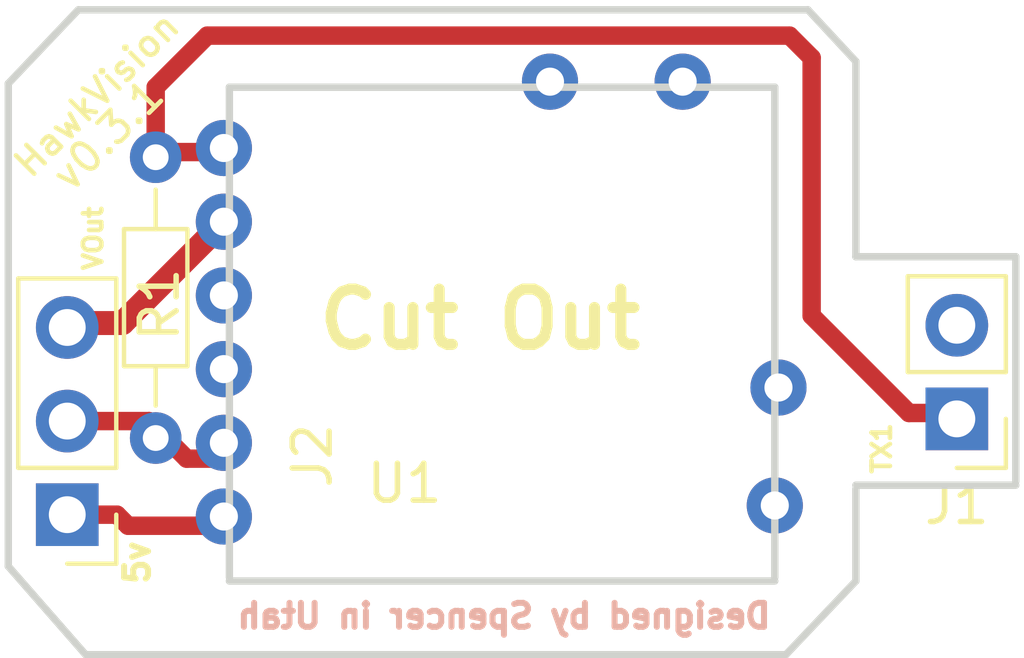
<source format=kicad_pcb>
(kicad_pcb (version 20171130) (host pcbnew "(5.0.0-3-g5ebb6b6)")

  (general
    (thickness 1.6)
    (drawings 23)
    (tracks 18)
    (zones 0)
    (modules 4)
    (nets 12)
  )

  (page USLetter)
  (layers
    (0 F.Cu signal)
    (31 B.Cu signal)
    (32 B.Adhes user hide)
    (33 F.Adhes user hide)
    (34 B.Paste user hide)
    (35 F.Paste user hide)
    (36 B.SilkS user)
    (37 F.SilkS user)
    (38 B.Mask user hide)
    (39 F.Mask user hide)
    (40 Dwgs.User user hide)
    (41 Cmts.User user hide)
    (42 Eco1.User user hide)
    (43 Eco2.User user hide)
    (44 Edge.Cuts user)
    (45 Margin user hide)
    (46 B.CrtYd user hide)
    (47 F.CrtYd user hide)
    (48 B.Fab user hide)
    (49 F.Fab user hide)
  )

  (setup
    (last_trace_width 0.5)
    (user_trace_width 0.5)
    (user_trace_width 0.65)
    (trace_clearance 0.2)
    (zone_clearance 0.508)
    (zone_45_only no)
    (trace_min 0.2)
    (segment_width 0.2)
    (edge_width 0.2)
    (via_size 0.6)
    (via_drill 0.4)
    (via_min_size 0.4)
    (via_min_drill 0.3)
    (uvia_size 0.3)
    (uvia_drill 0.1)
    (uvias_allowed no)
    (uvia_min_size 0.2)
    (uvia_min_drill 0.1)
    (pcb_text_width 0.3)
    (pcb_text_size 1.5 1.5)
    (mod_edge_width 0.15)
    (mod_text_size 1 1)
    (mod_text_width 0.15)
    (pad_size 2.2 2.2)
    (pad_drill 1.5)
    (pad_to_mask_clearance 0.2)
    (aux_axis_origin 0 0)
    (visible_elements FFFFFF7F)
    (pcbplotparams
      (layerselection 0x01030_ffffffff)
      (usegerberextensions false)
      (usegerberattributes false)
      (usegerberadvancedattributes false)
      (creategerberjobfile false)
      (excludeedgelayer true)
      (linewidth 0.100000)
      (plotframeref false)
      (viasonmask false)
      (mode 1)
      (useauxorigin false)
      (hpglpennumber 1)
      (hpglpenspeed 20)
      (hpglpendiameter 15.000000)
      (psnegative false)
      (psa4output false)
      (plotreference true)
      (plotvalue true)
      (plotinvisibletext false)
      (padsonsilk false)
      (subtractmaskfromsilk false)
      (outputformat 1)
      (mirror false)
      (drillshape 0)
      (scaleselection 1)
      (outputdirectory "gerbers/"))
  )

  (net 0 "")
  (net 1 GND)
  (net 2 +5V)
  (net 3 "Net-(U1-Pad3)")
  (net 4 "Net-(U1-Pad4)")
  (net 5 TX)
  (net 6 "Net-(U1-Pad8)")
  (net 7 "Net-(U1-Pad7)")
  (net 8 "Net-(J2-Pad3)")
  (net 9 "Net-(J1-Pad2)")
  (net 10 "Net-(U1-Pad9)")
  (net 11 "Net-(U1-Pad10)")

  (net_class Default "This is the default net class."
    (clearance 0.2)
    (trace_width 0.25)
    (via_dia 0.6)
    (via_drill 0.4)
    (uvia_dia 0.3)
    (uvia_drill 0.1)
    (add_net +5V)
    (add_net GND)
    (add_net "Net-(J1-Pad2)")
    (add_net "Net-(J2-Pad3)")
    (add_net "Net-(U1-Pad10)")
    (add_net "Net-(U1-Pad3)")
    (add_net "Net-(U1-Pad4)")
    (add_net "Net-(U1-Pad7)")
    (add_net "Net-(U1-Pad8)")
    (add_net "Net-(U1-Pad9)")
    (add_net TX)
  )

  (net_class Big ""
    (clearance 0.2)
    (trace_width 0.5)
    (via_dia 0.6)
    (via_drill 0.4)
    (uvia_dia 0.3)
    (uvia_drill 0.1)
  )

  (module unify-nano:unify-nano (layer F.Cu) (tedit 5B84CD3A) (tstamp 5B84C78F)
    (at 106.1 97.75)
    (path /5B726417)
    (fp_text reference U1 (at 4.65 -2.4) (layer F.SilkS)
      (effects (font (size 1 1) (thickness 0.15)))
    )
    (fp_text value Unify-Nano (at 7 1) (layer F.Fab)
      (effects (font (size 1 1) (thickness 0.15)))
    )
    (fp_line (start 0 0) (end 0 -13.1) (layer F.Fab) (width 0.15))
    (fp_line (start 14.6 -13.1) (end 0 -13.1) (layer F.Fab) (width 0.15))
    (fp_line (start 14.6 0) (end 14.6 -13.1) (layer F.Fab) (width 0.15))
    (fp_line (start 0 0) (end 14.6 0) (layer F.Fab) (width 0.15))
    (pad 9 thru_hole circle (at 12.2 -13.3) (size 1.524 1.524) (drill 0.762) (layers *.Cu *.Mask)
      (net 10 "Net-(U1-Pad9)"))
    (pad 10 thru_hole circle (at 8.6 -13.3) (size 1.524 1.524) (drill 0.762) (layers *.Cu *.Mask)
      (net 11 "Net-(U1-Pad10)"))
    (pad 8 thru_hole circle (at 14.8 -5) (size 1.524 1.524) (drill 0.762) (layers *.Cu *.Mask)
      (net 6 "Net-(U1-Pad8)"))
    (pad 7 thru_hole circle (at 14.7 -1.8) (size 1.524 1.524) (drill 0.762) (layers *.Cu *.Mask)
      (net 7 "Net-(U1-Pad7)"))
    (pad 6 thru_hole circle (at -0.25 -1.5) (size 1.524 1.524) (drill 0.762) (layers *.Cu *.Mask)
      (net 2 +5V))
    (pad 5 thru_hole circle (at -0.25 -3.5) (size 1.524 1.524) (drill 0.762) (layers *.Cu *.Mask)
      (net 1 GND))
    (pad 4 thru_hole circle (at -0.25 -5.5) (size 1.524 1.524) (drill 0.762) (layers *.Cu *.Mask)
      (net 4 "Net-(U1-Pad4)"))
    (pad 3 thru_hole circle (at -0.25 -7.5) (size 1.524 1.524) (drill 0.762) (layers *.Cu *.Mask)
      (net 3 "Net-(U1-Pad3)"))
    (pad 2 thru_hole circle (at -0.25 -9.5) (size 1.524 1.524) (drill 0.762) (layers *.Cu *.Mask)
      (net 8 "Net-(J2-Pad3)"))
    (pad 1 thru_hole circle (at -0.25 -11.5) (size 1.524 1.524) (drill 0.762) (layers *.Cu *.Mask)
      (net 5 TX))
  )

  (module Pin_Headers:Pin_Header_Straight_1x03_Pitch2.54mm (layer F.Cu) (tedit 59650532) (tstamp 5B79E9D0)
    (at 101.6 96.2 180)
    (descr "Through hole straight pin header, 1x03, 2.54mm pitch, single row")
    (tags "Through hole pin header THT 1x03 2.54mm single row")
    (path /5B7500FF)
    (fp_text reference J2 (at -6.65 1.6 270) (layer F.SilkS)
      (effects (font (size 1 1) (thickness 0.15)))
    )
    (fp_text value Conn_01x03 (at 4.4 4.5 270) (layer F.Fab)
      (effects (font (size 1 1) (thickness 0.15)))
    )
    (fp_text user %R (at 0 2.54 270) (layer F.Fab)
      (effects (font (size 1 1) (thickness 0.15)))
    )
    (fp_line (start 1.8 -1.8) (end -1.8 -1.8) (layer F.CrtYd) (width 0.05))
    (fp_line (start 1.8 6.85) (end 1.8 -1.8) (layer F.CrtYd) (width 0.05))
    (fp_line (start -1.8 6.85) (end 1.8 6.85) (layer F.CrtYd) (width 0.05))
    (fp_line (start -1.8 -1.8) (end -1.8 6.85) (layer F.CrtYd) (width 0.05))
    (fp_line (start -1.33 -1.33) (end 0 -1.33) (layer F.SilkS) (width 0.12))
    (fp_line (start -1.33 0) (end -1.33 -1.33) (layer F.SilkS) (width 0.12))
    (fp_line (start -1.33 1.27) (end 1.33 1.27) (layer F.SilkS) (width 0.12))
    (fp_line (start 1.33 1.27) (end 1.33 6.41) (layer F.SilkS) (width 0.12))
    (fp_line (start -1.33 1.27) (end -1.33 6.41) (layer F.SilkS) (width 0.12))
    (fp_line (start -1.33 6.41) (end 1.33 6.41) (layer F.SilkS) (width 0.12))
    (fp_line (start -1.27 -0.635) (end -0.635 -1.27) (layer F.Fab) (width 0.1))
    (fp_line (start -1.27 6.35) (end -1.27 -0.635) (layer F.Fab) (width 0.1))
    (fp_line (start 1.27 6.35) (end -1.27 6.35) (layer F.Fab) (width 0.1))
    (fp_line (start 1.27 -1.27) (end 1.27 6.35) (layer F.Fab) (width 0.1))
    (fp_line (start -0.635 -1.27) (end 1.27 -1.27) (layer F.Fab) (width 0.1))
    (pad 3 thru_hole oval (at 0 5.08 180) (size 1.7 1.7) (drill 1) (layers *.Cu *.Mask)
      (net 8 "Net-(J2-Pad3)"))
    (pad 2 thru_hole oval (at 0 2.54 180) (size 1.7 1.7) (drill 1) (layers *.Cu *.Mask)
      (net 1 GND))
    (pad 1 thru_hole rect (at 0 0 180) (size 1.7 1.7) (drill 1) (layers *.Cu *.Mask)
      (net 2 +5V))
    (model ${KISYS3DMOD}/Pin_Headers.3dshapes/Pin_Header_Straight_1x03_Pitch2.54mm.wrl
      (at (xyz 0 0 0))
      (scale (xyz 1 1 1))
      (rotate (xyz 0 0 0))
    )
  )

  (module Resistors_ThroughHole:R_Axial_DIN0204_L3.6mm_D1.6mm_P7.62mm_Horizontal (layer F.Cu) (tedit 5B7B8D40) (tstamp 5B7B8FFC)
    (at 104 86.5 270)
    (descr "Resistor, Axial_DIN0204 series, Axial, Horizontal, pin pitch=7.62mm, 0.16666666666666666W = 1/6W, length*diameter=3.6*1.6mm^2, http://cdn-reichelt.de/documents/datenblatt/B400/1_4W%23YAG.pdf")
    (tags "Resistor Axial_DIN0204 series Axial Horizontal pin pitch 7.62mm 0.16666666666666666W = 1/6W length 3.6mm diameter 1.6mm")
    (path /5B726601)
    (fp_text reference R1 (at 4 -0.1 270) (layer F.SilkS)
      (effects (font (size 1 1) (thickness 0.15)))
    )
    (fp_text value R (at 3.81 1.86 270) (layer F.Fab)
      (effects (font (size 1 1) (thickness 0.15)))
    )
    (fp_line (start 2.01 -0.8) (end 2.01 0.8) (layer F.Fab) (width 0.1))
    (fp_line (start 2.01 0.8) (end 5.61 0.8) (layer F.Fab) (width 0.1))
    (fp_line (start 5.61 0.8) (end 5.61 -0.8) (layer F.Fab) (width 0.1))
    (fp_line (start 5.61 -0.8) (end 2.01 -0.8) (layer F.Fab) (width 0.1))
    (fp_line (start 0 0) (end 2.01 0) (layer F.Fab) (width 0.1))
    (fp_line (start 7.62 0) (end 5.61 0) (layer F.Fab) (width 0.1))
    (fp_line (start 1.95 -0.86) (end 1.95 0.86) (layer F.SilkS) (width 0.12))
    (fp_line (start 1.95 0.86) (end 5.67 0.86) (layer F.SilkS) (width 0.12))
    (fp_line (start 5.67 0.86) (end 5.67 -0.86) (layer F.SilkS) (width 0.12))
    (fp_line (start 5.67 -0.86) (end 1.95 -0.86) (layer F.SilkS) (width 0.12))
    (fp_line (start 0.88 0) (end 1.95 0) (layer F.SilkS) (width 0.12))
    (fp_line (start 6.74 0) (end 5.67 0) (layer F.SilkS) (width 0.12))
    (fp_line (start -0.95 -1.15) (end -0.95 1.15) (layer F.CrtYd) (width 0.05))
    (fp_line (start -0.95 1.15) (end 8.6 1.15) (layer F.CrtYd) (width 0.05))
    (fp_line (start 8.6 1.15) (end 8.6 -1.15) (layer F.CrtYd) (width 0.05))
    (fp_line (start 8.6 -1.15) (end -0.95 -1.15) (layer F.CrtYd) (width 0.05))
    (pad 1 thru_hole circle (at 0 0 270) (size 1.4 1.4) (drill 0.7) (layers *.Cu *.Mask)
      (net 5 TX))
    (pad 2 thru_hole oval (at 7.62 0 270) (size 1.4 1.4) (drill 0.7) (layers *.Cu *.Mask)
      (net 1 GND))
    (model ${KISYS3DMOD}/Resistors_THT.3dshapes/R_Axial_DIN0204_L3.6mm_D1.6mm_P7.62mm_Horizontal.wrl
      (at (xyz 0 0 0))
      (scale (xyz 0.393701 0.393701 0.393701))
      (rotate (xyz 0 0 0))
    )
  )

  (module Pin_Headers:Pin_Header_Straight_1x02_Pitch2.54mm (layer F.Cu) (tedit 59650532) (tstamp 5BAE591C)
    (at 125.74 93.6 180)
    (descr "Through hole straight pin header, 1x02, 2.54mm pitch, single row")
    (tags "Through hole pin header THT 1x02 2.54mm single row")
    (path /5B72F16A)
    (fp_text reference J1 (at 0 -2.33 180) (layer F.SilkS)
      (effects (font (size 1 1) (thickness 0.15)))
    )
    (fp_text value Conn_01x02 (at 0 4.87 180) (layer F.Fab)
      (effects (font (size 1 1) (thickness 0.15)))
    )
    (fp_line (start -0.635 -1.27) (end 1.27 -1.27) (layer F.Fab) (width 0.1))
    (fp_line (start 1.27 -1.27) (end 1.27 3.81) (layer F.Fab) (width 0.1))
    (fp_line (start 1.27 3.81) (end -1.27 3.81) (layer F.Fab) (width 0.1))
    (fp_line (start -1.27 3.81) (end -1.27 -0.635) (layer F.Fab) (width 0.1))
    (fp_line (start -1.27 -0.635) (end -0.635 -1.27) (layer F.Fab) (width 0.1))
    (fp_line (start -1.33 3.87) (end 1.33 3.87) (layer F.SilkS) (width 0.12))
    (fp_line (start -1.33 1.27) (end -1.33 3.87) (layer F.SilkS) (width 0.12))
    (fp_line (start 1.33 1.27) (end 1.33 3.87) (layer F.SilkS) (width 0.12))
    (fp_line (start -1.33 1.27) (end 1.33 1.27) (layer F.SilkS) (width 0.12))
    (fp_line (start -1.33 0) (end -1.33 -1.33) (layer F.SilkS) (width 0.12))
    (fp_line (start -1.33 -1.33) (end 0 -1.33) (layer F.SilkS) (width 0.12))
    (fp_line (start -1.8 -1.8) (end -1.8 4.35) (layer F.CrtYd) (width 0.05))
    (fp_line (start -1.8 4.35) (end 1.8 4.35) (layer F.CrtYd) (width 0.05))
    (fp_line (start 1.8 4.35) (end 1.8 -1.8) (layer F.CrtYd) (width 0.05))
    (fp_line (start 1.8 -1.8) (end -1.8 -1.8) (layer F.CrtYd) (width 0.05))
    (fp_text user %R (at 0 1.27 270) (layer F.Fab)
      (effects (font (size 1 1) (thickness 0.15)))
    )
    (pad 1 thru_hole rect (at 0 0 180) (size 1.7 1.7) (drill 1) (layers *.Cu *.Mask)
      (net 5 TX))
    (pad 2 thru_hole oval (at 0 2.54 180) (size 1.7 1.7) (drill 1) (layers *.Cu *.Mask)
      (net 9 "Net-(J1-Pad2)"))
    (model ${KISYS3DMOD}/Pin_Headers.3dshapes/Pin_Header_Straight_1x02_Pitch2.54mm.wrl
      (at (xyz 0 0 0))
      (scale (xyz 1 1 1))
      (rotate (xyz 0 0 0))
    )
  )

  (gr_line (start 121.7 82.5) (end 123 83.9) (layer Edge.Cuts) (width 0.2))
  (gr_line (start 123 89.2) (end 123 83.9) (layer Edge.Cuts) (width 0.2))
  (gr_line (start 127.34 89.2) (end 123 89.2) (layer Edge.Cuts) (width 0.2))
  (gr_line (start 123 98) (end 121.1 100) (layer Edge.Cuts) (width 0.2))
  (gr_text "Designed by Spencer in Utah" (at 113.45 98.95) (layer B.SilkS)
    (effects (font (size 0.65 0.65) (thickness 0.1625)) (justify mirror))
  )
  (gr_line (start 100 84.5) (end 101.9 82.5) (layer Edge.Cuts) (width 0.2))
  (gr_line (start 100 97.6) (end 102.1 100) (layer Edge.Cuts) (width 0.2))
  (gr_line (start 123 95.5) (end 123 98) (layer Edge.Cuts) (width 0.2) (tstamp 5B8C7A22))
  (gr_line (start 127.34 95.4) (end 123 95.4) (layer Edge.Cuts) (width 0.2))
  (gr_text "Cut Out" (at 112.8 90.9) (layer F.SilkS)
    (effects (font (size 1.5 1.5) (thickness 0.3)))
  )
  (gr_line (start 127.34 89.2) (end 127.34 95.3) (layer Edge.Cuts) (width 0.2))
  (gr_line (start 100 84.5) (end 100 97.6) (layer Edge.Cuts) (width 0.2))
  (gr_line (start 102.1 100) (end 121.1 100) (layer Edge.Cuts) (width 0.2))
  (gr_text TX1 (at 123.7 94.4 90) (layer F.SilkS) (tstamp 5BA6E4D8)
    (effects (font (size 0.5 0.5) (thickness 0.125)))
  )
  (gr_text VOut (at 102.3 88.7 90) (layer F.SilkS)
    (effects (font (size 0.5 0.5) (thickness 0.125)))
  )
  (gr_text 5v (at 103.5 97.5 90) (layer F.SilkS)
    (effects (font (size 0.65 0.65) (thickness 0.1625)))
  )
  (gr_text v0.3.1 (at 102.7 85.9 45) (layer F.SilkS)
    (effects (font (size 0.8 0.8) (thickness 0.125)))
  )
  (gr_text "HawkVision\n" (at 102.4 84.8 45) (layer F.SilkS) (tstamp 5B79E560)
    (effects (font (size 0.7 0.7) (thickness 0.125)))
  )
  (gr_line (start 101.9 82.5) (end 121.7 82.5) (layer Edge.Cuts) (width 0.2) (tstamp 5B7781DE))
  (gr_line (start 106 98) (end 120.8 98) (layer Edge.Cuts) (width 0.2) (tstamp 5B84D571))
  (gr_line (start 106 84.6) (end 106 97.9) (layer Edge.Cuts) (width 0.2) (tstamp 5B79D7FF))
  (gr_line (start 120.8 84.6) (end 106 84.6) (layer Edge.Cuts) (width 0.2) (tstamp 5B7B9117))
  (gr_line (start 120.8 97.9) (end 120.8 84.6) (layer Edge.Cuts) (width 0.2))

  (segment (start 103.82 93.66) (end 104.14 93.98) (width 0.5) (layer F.Cu) (net 1))
  (segment (start 101.6 93.66) (end 103.82 93.66) (width 0.5) (layer F.Cu) (net 1))
  (segment (start 104.839999 94.679999) (end 105.94999 94.679999) (width 0.5) (layer F.Cu) (net 1))
  (segment (start 104.14 93.98) (end 104.839999 94.679999) (width 0.5) (layer F.Cu) (net 1))
  (segment (start 103.25 96.5) (end 105.94999 96.5) (width 0.5) (layer F.Cu) (net 2))
  (segment (start 102.95 96.2) (end 103.25 96.5) (width 0.5) (layer F.Cu) (net 2))
  (segment (start 101.6 96.2) (end 102.95 96.2) (width 0.5) (layer F.Cu) (net 2))
  (segment (start 104.14 86.36) (end 105.94999 86.36) (width 0.5) (layer F.Cu) (net 5))
  (segment (start 104 84.6) (end 104 86.5) (width 0.5) (layer F.Cu) (net 5))
  (segment (start 105.4 83.2) (end 104 84.6) (width 0.5) (layer F.Cu) (net 5))
  (segment (start 121.2 83.2) (end 105.4 83.2) (width 0.5) (layer F.Cu) (net 5))
  (segment (start 121.8 90.8) (end 121.8 83.8) (width 0.5) (layer F.Cu) (net 5))
  (segment (start 124.439999 93.439999) (end 121.8 90.8) (width 0.5) (layer F.Cu) (net 5))
  (segment (start 125.579999 93.439999) (end 124.439999 93.439999) (width 0.5) (layer F.Cu) (net 5))
  (segment (start 125.74 93.6) (end 125.579999 93.439999) (width 0.5) (layer F.Cu) (net 5))
  (segment (start 121.8 83.8) (end 121.2 83.2) (width 0.5) (layer F.Cu) (net 5))
  (segment (start 103.1 91) (end 105.87499 88.22501) (width 0.65) (layer F.Cu) (net 8))
  (segment (start 101.6 91) (end 103.1 91) (width 0.65) (layer F.Cu) (net 8))

)

</source>
